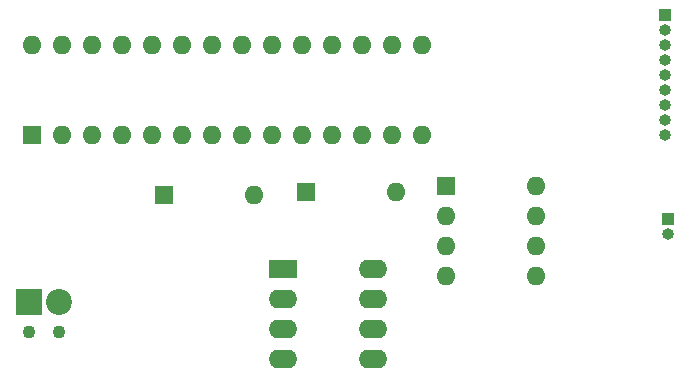
<source format=gbr>
%TF.GenerationSoftware,KiCad,Pcbnew,8.0.7*%
%TF.CreationDate,2025-04-03T15:21:43+05:30*%
%TF.ProjectId,Esdp,45736470-2e6b-4696-9361-645f70636258,rev?*%
%TF.SameCoordinates,Original*%
%TF.FileFunction,Soldermask,Bot*%
%TF.FilePolarity,Negative*%
%FSLAX46Y46*%
G04 Gerber Fmt 4.6, Leading zero omitted, Abs format (unit mm)*
G04 Created by KiCad (PCBNEW 8.0.7) date 2025-04-03 15:21:43*
%MOMM*%
%LPD*%
G01*
G04 APERTURE LIST*
%ADD10R,1.000000X1.000000*%
%ADD11O,1.000000X1.000000*%
%ADD12R,2.400000X1.600000*%
%ADD13O,2.400000X1.600000*%
%ADD14R,1.600000X1.600000*%
%ADD15O,1.600000X1.600000*%
%ADD16C,1.100000*%
%ADD17R,2.200000X2.200000*%
%ADD18C,2.200000*%
G04 APERTURE END LIST*
D10*
%TO.C,J3*%
X133750000Y-81440000D03*
D11*
X133750000Y-82710000D03*
X133750000Y-83980000D03*
X133750000Y-85250000D03*
X133750000Y-86520000D03*
X133750000Y-87790000D03*
X133750000Y-89060000D03*
X133750000Y-90330000D03*
X133750000Y-91600000D03*
%TD*%
D12*
%TO.C,U2*%
X101425000Y-102950000D03*
D13*
X101425000Y-105490000D03*
X101425000Y-108030000D03*
X101425000Y-110570000D03*
X109045000Y-110570000D03*
X109045000Y-108030000D03*
X109045000Y-105490000D03*
X109045000Y-102950000D03*
%TD*%
D14*
%TO.C,U3*%
X115200000Y-95950000D03*
D15*
X115200000Y-98490000D03*
X115200000Y-101030000D03*
X115200000Y-103570000D03*
X122820000Y-103570000D03*
X122820000Y-101030000D03*
X122820000Y-98490000D03*
X122820000Y-95950000D03*
%TD*%
D14*
%TO.C,D2*%
X91380000Y-96750000D03*
D15*
X99000000Y-96750000D03*
%TD*%
D14*
%TO.C,D1*%
X103380000Y-96500000D03*
D15*
X111000000Y-96500000D03*
%TD*%
D14*
%TO.C,U1*%
X80180000Y-91620000D03*
D15*
X82720000Y-91620000D03*
X85260000Y-91620000D03*
X87800000Y-91620000D03*
X90340000Y-91620000D03*
X92880000Y-91620000D03*
X95420000Y-91620000D03*
X97960000Y-91620000D03*
X100500000Y-91620000D03*
X103040000Y-91620000D03*
X105580000Y-91620000D03*
X108120000Y-91620000D03*
X110660000Y-91620000D03*
X113200000Y-91620000D03*
X113200000Y-84000000D03*
X110660000Y-84000000D03*
X108120000Y-84000000D03*
X105580000Y-84000000D03*
X103040000Y-84000000D03*
X100500000Y-84000000D03*
X97960000Y-84000000D03*
X95420000Y-84000000D03*
X92880000Y-84000000D03*
X90340000Y-84000000D03*
X87800000Y-84000000D03*
X85260000Y-84000000D03*
X82720000Y-84000000D03*
X80180000Y-84000000D03*
%TD*%
D16*
%TO.C,J2*%
X79960000Y-108290000D03*
X82500000Y-108290000D03*
D17*
X79960000Y-105750000D03*
D18*
X82500000Y-105750000D03*
%TD*%
D10*
%TO.C,J1*%
X134000000Y-98750000D03*
D11*
X134000000Y-100020000D03*
%TD*%
M02*

</source>
